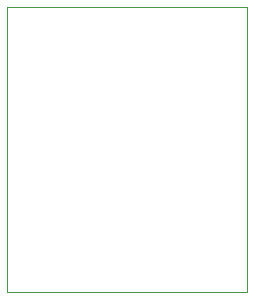
<source format=gbr>
G04 #@! TF.GenerationSoftware,KiCad,Pcbnew,5.0.2-bee76a0~70~ubuntu18.04.1*
G04 #@! TF.CreationDate,2019-03-08T21:19:01-05:00*
G04 #@! TF.ProjectId,2mm100mil-headers,326d6d31-3030-46d6-996c-2d6865616465,rev?*
G04 #@! TF.SameCoordinates,Original*
G04 #@! TF.FileFunction,Profile,NP*
%FSLAX46Y46*%
G04 Gerber Fmt 4.6, Leading zero omitted, Abs format (unit mm)*
G04 Created by KiCad (PCBNEW 5.0.2-bee76a0~70~ubuntu18.04.1) date Fri 08 Mar 2019 21:19:01 EST*
%MOMM*%
%LPD*%
G01*
G04 APERTURE LIST*
%ADD10C,0.100000*%
G04 APERTURE END LIST*
D10*
X121920000Y-89535000D02*
X101600000Y-89535000D01*
X101600000Y-113665000D02*
X101600000Y-89535000D01*
X121920000Y-113665000D02*
X121920000Y-89535000D01*
X101600000Y-113665000D02*
X121920000Y-113665000D01*
M02*

</source>
